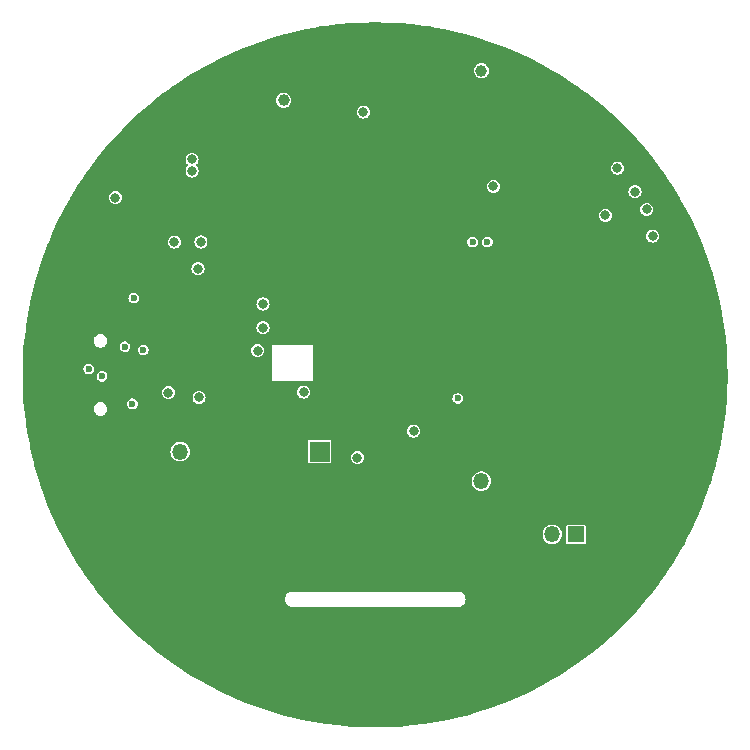
<source format=gbr>
%TF.GenerationSoftware,KiCad,Pcbnew,(6.0.7)*%
%TF.CreationDate,2023-03-05T02:05:44+08:00*%
%TF.ProjectId,CameraPosition,43616d65-7261-4506-9f73-6974696f6e2e,rev?*%
%TF.SameCoordinates,Original*%
%TF.FileFunction,Copper,L3,Inr*%
%TF.FilePolarity,Positive*%
%FSLAX46Y46*%
G04 Gerber Fmt 4.6, Leading zero omitted, Abs format (unit mm)*
G04 Created by KiCad (PCBNEW (6.0.7)) date 2023-03-05 02:05:44*
%MOMM*%
%LPD*%
G01*
G04 APERTURE LIST*
%TA.AperFunction,ComponentPad*%
%ADD10R,1.700000X1.700000*%
%TD*%
%TA.AperFunction,ComponentPad*%
%ADD11O,1.700000X1.700000*%
%TD*%
%TA.AperFunction,ComponentPad*%
%ADD12R,1.350000X1.350000*%
%TD*%
%TA.AperFunction,ComponentPad*%
%ADD13O,1.350000X1.350000*%
%TD*%
%TA.AperFunction,ComponentPad*%
%ADD14O,1.600000X1.000000*%
%TD*%
%TA.AperFunction,ComponentPad*%
%ADD15O,2.100000X1.000000*%
%TD*%
%TA.AperFunction,ViaPad*%
%ADD16C,0.600000*%
%TD*%
%TA.AperFunction,ViaPad*%
%ADD17C,0.800000*%
%TD*%
%TA.AperFunction,ViaPad*%
%ADD18C,1.000000*%
%TD*%
G04 APERTURE END LIST*
D10*
%TO.N,/BAT*%
%TO.C,BT1*%
X44300000Y-55500000D03*
D11*
%TO.N,GND*%
X41760000Y-55500000D03*
%TD*%
D12*
%TO.N,Net-(Q3-Pad3)*%
%TO.C,TP3*%
X66000000Y-62500000D03*
D13*
%TO.N,+3V3*%
X64000000Y-62500000D03*
%TD*%
D12*
%TO.N,GND*%
%TO.C,TP2*%
X58000000Y-60000000D03*
D13*
%TO.N,Net-(TP2-Pad2)*%
X58000000Y-58000000D03*
%TD*%
D12*
%TO.N,GND*%
%TO.C,TP1*%
X30500000Y-55500000D03*
D13*
%TO.N,/D13*%
X32500000Y-55500000D03*
%TD*%
D14*
%TO.N,GND*%
%TO.C,J1*%
X22090000Y-53320000D03*
D15*
X26270000Y-44680000D03*
D14*
X22090000Y-44680000D03*
D15*
X26270000Y-53320000D03*
%TD*%
D16*
%TO.N,GND*%
X49500000Y-56000000D03*
X51000000Y-56000000D03*
%TO.N,/LED_IN*%
X56000000Y-51000000D03*
%TO.N,GND*%
X67500000Y-46250000D03*
X66000000Y-46250000D03*
X64750000Y-46250000D03*
X64750000Y-45000000D03*
X66000000Y-45000000D03*
X67500000Y-45000000D03*
X67500000Y-43500000D03*
X66000000Y-43500000D03*
X64750000Y-43500000D03*
%TO.N,/D+*%
X28570000Y-42500000D03*
D17*
%TO.N,GND*%
X56500000Y-32000000D03*
X22750000Y-38000000D03*
X55500000Y-76750000D03*
X27500000Y-30250000D03*
X21250000Y-55500000D03*
X38000000Y-75250000D03*
X20500000Y-46500000D03*
X46500000Y-77500000D03*
X77250000Y-51500000D03*
X30250000Y-70500000D03*
X27750000Y-52299502D03*
X63750000Y-73500000D03*
X27500000Y-45500000D03*
X67750000Y-27500000D03*
X37250000Y-66250000D03*
X76750000Y-42500000D03*
X73000000Y-34000000D03*
X70500000Y-67750000D03*
X34250000Y-24500000D03*
X69500000Y-53500000D03*
X60000000Y-22750000D03*
X51000000Y-20750000D03*
X42500000Y-21250000D03*
X24500000Y-63750000D03*
X75250000Y-60250000D03*
D16*
X64750000Y-35750000D03*
%TO.N,VCC*%
X29366250Y-46883750D03*
X28450000Y-51450000D03*
X27816606Y-46608236D03*
D17*
%TO.N,+5V*%
X34250000Y-37750000D03*
X39500000Y-45000000D03*
X39045000Y-46955000D03*
X39500000Y-43000000D03*
X34000000Y-40000000D03*
%TO.N,+3V3*%
X69500000Y-31500000D03*
X59000000Y-33050000D03*
X72000000Y-35000000D03*
X72500000Y-37250000D03*
X47500000Y-56000000D03*
X52250000Y-53750000D03*
X48000000Y-26750000D03*
X71000000Y-33500000D03*
X33500000Y-30750000D03*
X32000000Y-37750000D03*
X33500000Y-31750000D03*
X27000000Y-34000000D03*
%TO.N,Net-(D1-Pad2)*%
X31500000Y-50500000D03*
D16*
%TO.N,Net-(J1-PadA5)*%
X24750000Y-48500000D03*
%TO.N,/D+*%
X57250000Y-37750000D03*
%TO.N,/D-*%
X25875000Y-49125000D03*
X58500000Y-37750000D03*
D17*
%TO.N,/BAT*%
X34095000Y-50905000D03*
X42956250Y-50456250D03*
D18*
%TO.N,Net-(C7-Pad2)*%
X58000000Y-23250000D03*
X41250000Y-25750000D03*
D17*
%TO.N,Net-(C18-Pad2)*%
X68500000Y-35500000D03*
%TD*%
%TA.AperFunction,Conductor*%
%TO.N,GND*%
G36*
X50040020Y-19168654D02*
G01*
X50043468Y-19168775D01*
X50104455Y-19171971D01*
X51080469Y-19223122D01*
X51083916Y-19223363D01*
X52118393Y-19313868D01*
X52121830Y-19314229D01*
X53152534Y-19440783D01*
X53155956Y-19441264D01*
X53549235Y-19503553D01*
X54181630Y-19603715D01*
X54184980Y-19604305D01*
X54884767Y-19740330D01*
X55204352Y-19802451D01*
X55207731Y-19803169D01*
X56219576Y-20036772D01*
X56222906Y-20037602D01*
X56667949Y-20156851D01*
X57225979Y-20306375D01*
X57229301Y-20307328D01*
X57272372Y-20320496D01*
X58222379Y-20610942D01*
X58225625Y-20611998D01*
X59207501Y-20950084D01*
X59210748Y-20951266D01*
X60180194Y-21323402D01*
X60183398Y-21324696D01*
X61139304Y-21730454D01*
X61142461Y-21731860D01*
X62083573Y-22170707D01*
X62086679Y-22172221D01*
X63011968Y-22643680D01*
X63015020Y-22645303D01*
X63822602Y-23092953D01*
X63923217Y-23148725D01*
X63926199Y-23150446D01*
X64577663Y-23541884D01*
X64816367Y-23685312D01*
X64819297Y-23687144D01*
X65690170Y-24252696D01*
X65693035Y-24254628D01*
X66081487Y-24526625D01*
X66543696Y-24850267D01*
X66546446Y-24852264D01*
X66929660Y-25141037D01*
X67375817Y-25477241D01*
X67378540Y-25479369D01*
X68185544Y-26132867D01*
X68188191Y-26135088D01*
X68971906Y-26816362D01*
X68974474Y-26818674D01*
X69733931Y-27526879D01*
X69736417Y-27529279D01*
X70470721Y-28263583D01*
X70473121Y-28266069D01*
X71181326Y-29025526D01*
X71183638Y-29028094D01*
X71864912Y-29811809D01*
X71867133Y-29814456D01*
X72520631Y-30621460D01*
X72522759Y-30624183D01*
X73147736Y-31453554D01*
X73149733Y-31456304D01*
X73359886Y-31756433D01*
X73745372Y-32306965D01*
X73747304Y-32309830D01*
X74312856Y-33180703D01*
X74314688Y-33183633D01*
X74397603Y-33321627D01*
X74827549Y-34037177D01*
X74849548Y-34073790D01*
X74851269Y-34076772D01*
X75106006Y-34536330D01*
X75354697Y-34984981D01*
X75356320Y-34988032D01*
X75827779Y-35913321D01*
X75829293Y-35916427D01*
X76268140Y-36857539D01*
X76269546Y-36860696D01*
X76675304Y-37816602D01*
X76676598Y-37819806D01*
X77048734Y-38789252D01*
X77049914Y-38792494D01*
X77370098Y-39722375D01*
X77387996Y-39774355D01*
X77389058Y-39777621D01*
X77567981Y-40362851D01*
X77692672Y-40770699D01*
X77693625Y-40774021D01*
X77962395Y-41777083D01*
X77963228Y-41780424D01*
X78130239Y-42503825D01*
X78196831Y-42792268D01*
X78197549Y-42795648D01*
X78385694Y-43763567D01*
X78395690Y-43814994D01*
X78396290Y-43818397D01*
X78558736Y-44844044D01*
X78559217Y-44847466D01*
X78685771Y-45878170D01*
X78686132Y-45881607D01*
X78776637Y-46916084D01*
X78776878Y-46919531D01*
X78828029Y-47895545D01*
X78830757Y-47947591D01*
X78831225Y-47956530D01*
X78831346Y-47959980D01*
X78848064Y-48917700D01*
X78849470Y-48998272D01*
X78849470Y-49001719D01*
X78839467Y-49574788D01*
X78831346Y-50040017D01*
X78831225Y-50043468D01*
X78829899Y-50068778D01*
X78776878Y-51080469D01*
X78776637Y-51083916D01*
X78686132Y-52118393D01*
X78685771Y-52121830D01*
X78559217Y-53152534D01*
X78558736Y-53155956D01*
X78549729Y-53212823D01*
X78403280Y-54137472D01*
X78396290Y-54181603D01*
X78395695Y-54184980D01*
X78259983Y-54883155D01*
X78197549Y-55204352D01*
X78196831Y-55207731D01*
X77963398Y-56218842D01*
X77963231Y-56219564D01*
X77962398Y-56222906D01*
X77843149Y-56667949D01*
X77693625Y-57225979D01*
X77692672Y-57229301D01*
X77645634Y-57383155D01*
X77402778Y-58177504D01*
X77389064Y-58222359D01*
X77388002Y-58225625D01*
X77217449Y-58720950D01*
X77049916Y-59207501D01*
X77048734Y-59210748D01*
X76676598Y-60180194D01*
X76675304Y-60183398D01*
X76269546Y-61139304D01*
X76268140Y-61142461D01*
X75829293Y-62083573D01*
X75827779Y-62086679D01*
X75356320Y-63011968D01*
X75354697Y-63015019D01*
X75201996Y-63290500D01*
X74851275Y-63923217D01*
X74849548Y-63926210D01*
X74314688Y-64816367D01*
X74312856Y-64819297D01*
X73747304Y-65690170D01*
X73745372Y-65693035D01*
X73626576Y-65862694D01*
X73149733Y-66543696D01*
X73147736Y-66546446D01*
X73013255Y-66724908D01*
X72522759Y-67375817D01*
X72520631Y-67378540D01*
X71867133Y-68185544D01*
X71864912Y-68188191D01*
X71183638Y-68971906D01*
X71181326Y-68974474D01*
X70473121Y-69733931D01*
X70470721Y-69736417D01*
X69736417Y-70470721D01*
X69733931Y-70473121D01*
X68974474Y-71181326D01*
X68971906Y-71183638D01*
X68188191Y-71864912D01*
X68185544Y-71867133D01*
X67378540Y-72520631D01*
X67375817Y-72522759D01*
X66546446Y-73147736D01*
X66543696Y-73149733D01*
X66191644Y-73396243D01*
X65693035Y-73745372D01*
X65690170Y-73747304D01*
X64819297Y-74312856D01*
X64816367Y-74314688D01*
X64386061Y-74573242D01*
X63926210Y-74849548D01*
X63923217Y-74851275D01*
X63015019Y-75354697D01*
X63011968Y-75356320D01*
X62086679Y-75827779D01*
X62083573Y-75829293D01*
X61142461Y-76268140D01*
X61139304Y-76269546D01*
X60183398Y-76675304D01*
X60180194Y-76676598D01*
X59210748Y-77048734D01*
X59207506Y-77049914D01*
X58225625Y-77388002D01*
X58222379Y-77389058D01*
X57637149Y-77567981D01*
X57229301Y-77692672D01*
X57225979Y-77693625D01*
X56667949Y-77843149D01*
X56222906Y-77962398D01*
X56219576Y-77963228D01*
X55207732Y-78196831D01*
X55204352Y-78197549D01*
X54184980Y-78395695D01*
X54181630Y-78396285D01*
X53567181Y-78493605D01*
X53155956Y-78558736D01*
X53152534Y-78559217D01*
X52121830Y-78685771D01*
X52118393Y-78686132D01*
X51083916Y-78776637D01*
X51080469Y-78776878D01*
X50104455Y-78828029D01*
X50043468Y-78831225D01*
X50040020Y-78831346D01*
X49001719Y-78849470D01*
X48998281Y-78849470D01*
X47959980Y-78831346D01*
X47956532Y-78831225D01*
X47895545Y-78828029D01*
X46919531Y-78776878D01*
X46916084Y-78776637D01*
X45881607Y-78686132D01*
X45878170Y-78685771D01*
X44847466Y-78559217D01*
X44844044Y-78558736D01*
X44432819Y-78493605D01*
X43818370Y-78396285D01*
X43815020Y-78395695D01*
X42795648Y-78197549D01*
X42792268Y-78196831D01*
X41780424Y-77963228D01*
X41777094Y-77962398D01*
X41332051Y-77843149D01*
X40774021Y-77693625D01*
X40770699Y-77692672D01*
X40362851Y-77567981D01*
X39777621Y-77389058D01*
X39774375Y-77388002D01*
X38792494Y-77049914D01*
X38789252Y-77048734D01*
X37819806Y-76676598D01*
X37816602Y-76675304D01*
X36860696Y-76269546D01*
X36857539Y-76268140D01*
X35916427Y-75829293D01*
X35913321Y-75827779D01*
X34988032Y-75356320D01*
X34984981Y-75354697D01*
X34076783Y-74851275D01*
X34073790Y-74849548D01*
X33613940Y-74573242D01*
X33183633Y-74314688D01*
X33180703Y-74312856D01*
X32309830Y-73747304D01*
X32306965Y-73745372D01*
X31808356Y-73396243D01*
X31456304Y-73149733D01*
X31453554Y-73147736D01*
X30624183Y-72522759D01*
X30621460Y-72520631D01*
X29814456Y-71867133D01*
X29811809Y-71864912D01*
X29028094Y-71183638D01*
X29025526Y-71181326D01*
X28266069Y-70473121D01*
X28263583Y-70470721D01*
X27529279Y-69736417D01*
X27526879Y-69733931D01*
X26818674Y-68974474D01*
X26816362Y-68971906D01*
X26135088Y-68188191D01*
X26132867Y-68185544D01*
X25982617Y-68000000D01*
X41345384Y-68000000D01*
X41361797Y-68145666D01*
X41410211Y-68284027D01*
X41488201Y-68408146D01*
X41591854Y-68511799D01*
X41715973Y-68589789D01*
X41854334Y-68638203D01*
X41992317Y-68653750D01*
X42000000Y-68655809D01*
X42012589Y-68652436D01*
X42018145Y-68652436D01*
X42032847Y-68650500D01*
X55967153Y-68650500D01*
X55981855Y-68652436D01*
X55987411Y-68652436D01*
X56000000Y-68655809D01*
X56007683Y-68653750D01*
X56018858Y-68652491D01*
X56018859Y-68652491D01*
X56072902Y-68646402D01*
X56145666Y-68638203D01*
X56284027Y-68589789D01*
X56408146Y-68511799D01*
X56511799Y-68408146D01*
X56589789Y-68284027D01*
X56638203Y-68145666D01*
X56654616Y-68000000D01*
X56638203Y-67854334D01*
X56589789Y-67715973D01*
X56511799Y-67591854D01*
X56408146Y-67488201D01*
X56284027Y-67410211D01*
X56145666Y-67361797D01*
X56007683Y-67346250D01*
X56000000Y-67344191D01*
X55987411Y-67347564D01*
X55981855Y-67347564D01*
X55967153Y-67349500D01*
X42032847Y-67349500D01*
X42018145Y-67347564D01*
X42012589Y-67347564D01*
X42000000Y-67344191D01*
X41992317Y-67346250D01*
X41981142Y-67347509D01*
X41981141Y-67347509D01*
X41927098Y-67353598D01*
X41854334Y-67361797D01*
X41715973Y-67410211D01*
X41591854Y-67488201D01*
X41488201Y-67591854D01*
X41410211Y-67715973D01*
X41361797Y-67854334D01*
X41345384Y-68000000D01*
X25982617Y-68000000D01*
X25479369Y-67378540D01*
X25477241Y-67375817D01*
X24986745Y-66724908D01*
X24852264Y-66546446D01*
X24850267Y-66543696D01*
X24373424Y-65862694D01*
X24254628Y-65693035D01*
X24252696Y-65690170D01*
X23687144Y-64819297D01*
X23685312Y-64816367D01*
X23150452Y-63926210D01*
X23148725Y-63923217D01*
X22798005Y-63290500D01*
X22645303Y-63015019D01*
X22643680Y-63011968D01*
X22382819Y-62500000D01*
X63169953Y-62500000D01*
X63188092Y-62672576D01*
X63241714Y-62837611D01*
X63328478Y-62987889D01*
X63331946Y-62991741D01*
X63331950Y-62991746D01*
X63441120Y-63112992D01*
X63441124Y-63112996D01*
X63444590Y-63116845D01*
X63584976Y-63218842D01*
X63589708Y-63220949D01*
X63589710Y-63220950D01*
X63738763Y-63287313D01*
X63738767Y-63287314D01*
X63743501Y-63289422D01*
X63748571Y-63290500D01*
X63748572Y-63290500D01*
X63782539Y-63297720D01*
X63913236Y-63325500D01*
X64086764Y-63325500D01*
X64217461Y-63297720D01*
X64251428Y-63290500D01*
X64251429Y-63290500D01*
X64256499Y-63289422D01*
X64261233Y-63287314D01*
X64261237Y-63287313D01*
X64410290Y-63220950D01*
X64410292Y-63220949D01*
X64415024Y-63218842D01*
X64454969Y-63189820D01*
X65174500Y-63189820D01*
X65183233Y-63233722D01*
X65216496Y-63283504D01*
X65266278Y-63316767D01*
X65275838Y-63318669D01*
X65275839Y-63318669D01*
X65305417Y-63324553D01*
X65305422Y-63324553D01*
X65310180Y-63325500D01*
X66689820Y-63325500D01*
X66694578Y-63324553D01*
X66694583Y-63324553D01*
X66724161Y-63318669D01*
X66724162Y-63318669D01*
X66733722Y-63316767D01*
X66783504Y-63283504D01*
X66816767Y-63233722D01*
X66825500Y-63189820D01*
X66825500Y-61810180D01*
X66816767Y-61766278D01*
X66783504Y-61716496D01*
X66733722Y-61683233D01*
X66724162Y-61681331D01*
X66724161Y-61681331D01*
X66694583Y-61675447D01*
X66694578Y-61675447D01*
X66689820Y-61674500D01*
X65310180Y-61674500D01*
X65305422Y-61675447D01*
X65305417Y-61675447D01*
X65275839Y-61681331D01*
X65275838Y-61681331D01*
X65266278Y-61683233D01*
X65216496Y-61716496D01*
X65183233Y-61766278D01*
X65174500Y-61810180D01*
X65174500Y-63189820D01*
X64454969Y-63189820D01*
X64555410Y-63116845D01*
X64558876Y-63112996D01*
X64558880Y-63112992D01*
X64668050Y-62991746D01*
X64668054Y-62991741D01*
X64671522Y-62987889D01*
X64758286Y-62837611D01*
X64811908Y-62672576D01*
X64830047Y-62500000D01*
X64811908Y-62327424D01*
X64758286Y-62162389D01*
X64671522Y-62012111D01*
X64668054Y-62008259D01*
X64668050Y-62008254D01*
X64558880Y-61887008D01*
X64558876Y-61887004D01*
X64555410Y-61883155D01*
X64415024Y-61781158D01*
X64410292Y-61779051D01*
X64410290Y-61779050D01*
X64261237Y-61712687D01*
X64261233Y-61712686D01*
X64256499Y-61710578D01*
X64251429Y-61709500D01*
X64251428Y-61709500D01*
X64217461Y-61702280D01*
X64086764Y-61674500D01*
X63913236Y-61674500D01*
X63782539Y-61702280D01*
X63748572Y-61709500D01*
X63748571Y-61709500D01*
X63743501Y-61710578D01*
X63738767Y-61712686D01*
X63738763Y-61712687D01*
X63589711Y-61779050D01*
X63589709Y-61779051D01*
X63584977Y-61781158D01*
X63444590Y-61883155D01*
X63441124Y-61887004D01*
X63441120Y-61887008D01*
X63331950Y-62008254D01*
X63331946Y-62008259D01*
X63328478Y-62012111D01*
X63241714Y-62162389D01*
X63188092Y-62327424D01*
X63169953Y-62500000D01*
X22382819Y-62500000D01*
X22172221Y-62086679D01*
X22170707Y-62083573D01*
X21731860Y-61142461D01*
X21730454Y-61139304D01*
X21324696Y-60183398D01*
X21323402Y-60180194D01*
X20951266Y-59210748D01*
X20950084Y-59207501D01*
X20782551Y-58720950D01*
X20611998Y-58225625D01*
X20610936Y-58222359D01*
X20597223Y-58177504D01*
X20542955Y-58000000D01*
X57169953Y-58000000D01*
X57188092Y-58172576D01*
X57241714Y-58337611D01*
X57328478Y-58487889D01*
X57331946Y-58491741D01*
X57331950Y-58491746D01*
X57441120Y-58612992D01*
X57441124Y-58612996D01*
X57444590Y-58616845D01*
X57584976Y-58718842D01*
X57589708Y-58720949D01*
X57589710Y-58720950D01*
X57738763Y-58787313D01*
X57738767Y-58787314D01*
X57743501Y-58789422D01*
X57748571Y-58790500D01*
X57748572Y-58790500D01*
X57782539Y-58797720D01*
X57913236Y-58825500D01*
X58086764Y-58825500D01*
X58217461Y-58797720D01*
X58251428Y-58790500D01*
X58251429Y-58790500D01*
X58256499Y-58789422D01*
X58261233Y-58787314D01*
X58261237Y-58787313D01*
X58410290Y-58720950D01*
X58410292Y-58720949D01*
X58415024Y-58718842D01*
X58555410Y-58616845D01*
X58558876Y-58612996D01*
X58558880Y-58612992D01*
X58668050Y-58491746D01*
X58668054Y-58491741D01*
X58671522Y-58487889D01*
X58758286Y-58337611D01*
X58811908Y-58172576D01*
X58830047Y-58000000D01*
X58811908Y-57827424D01*
X58758286Y-57662389D01*
X58671522Y-57512111D01*
X58668054Y-57508259D01*
X58668050Y-57508254D01*
X58558880Y-57387008D01*
X58558876Y-57387004D01*
X58555410Y-57383155D01*
X58415024Y-57281158D01*
X58410292Y-57279051D01*
X58410290Y-57279050D01*
X58261237Y-57212687D01*
X58261233Y-57212686D01*
X58256499Y-57210578D01*
X58251429Y-57209500D01*
X58251428Y-57209500D01*
X58217461Y-57202280D01*
X58086764Y-57174500D01*
X57913236Y-57174500D01*
X57782539Y-57202280D01*
X57748572Y-57209500D01*
X57748571Y-57209500D01*
X57743501Y-57210578D01*
X57738767Y-57212686D01*
X57738763Y-57212687D01*
X57589711Y-57279050D01*
X57589709Y-57279051D01*
X57584977Y-57281158D01*
X57444590Y-57383155D01*
X57441124Y-57387004D01*
X57441120Y-57387008D01*
X57331950Y-57508254D01*
X57331946Y-57508259D01*
X57328478Y-57512111D01*
X57241714Y-57662389D01*
X57188092Y-57827424D01*
X57169953Y-58000000D01*
X20542955Y-58000000D01*
X20354366Y-57383155D01*
X20307328Y-57229301D01*
X20306375Y-57225979D01*
X20156851Y-56667949D01*
X20075628Y-56364820D01*
X43299500Y-56364820D01*
X43308233Y-56408722D01*
X43341496Y-56458504D01*
X43349606Y-56463923D01*
X43369043Y-56476910D01*
X43391278Y-56491767D01*
X43400838Y-56493669D01*
X43400839Y-56493669D01*
X43430417Y-56499553D01*
X43430422Y-56499553D01*
X43435180Y-56500500D01*
X45164820Y-56500500D01*
X45169578Y-56499553D01*
X45169583Y-56499553D01*
X45199161Y-56493669D01*
X45199162Y-56493669D01*
X45208722Y-56491767D01*
X45230958Y-56476910D01*
X45250394Y-56463923D01*
X45258504Y-56458504D01*
X45291767Y-56408722D01*
X45300500Y-56364820D01*
X45300500Y-56000000D01*
X46944750Y-56000000D01*
X46963670Y-56143709D01*
X47019139Y-56277625D01*
X47107379Y-56392621D01*
X47222375Y-56480861D01*
X47356291Y-56536330D01*
X47362720Y-56537176D01*
X47362722Y-56537177D01*
X47493567Y-56554403D01*
X47500000Y-56555250D01*
X47506433Y-56554403D01*
X47637278Y-56537177D01*
X47637280Y-56537176D01*
X47643709Y-56536330D01*
X47777625Y-56480861D01*
X47892621Y-56392621D01*
X47980861Y-56277625D01*
X48036330Y-56143709D01*
X48055250Y-56000000D01*
X48036330Y-55856291D01*
X47980861Y-55722375D01*
X47892621Y-55607379D01*
X47777625Y-55519139D01*
X47643709Y-55463670D01*
X47637280Y-55462824D01*
X47637278Y-55462823D01*
X47506433Y-55445597D01*
X47500000Y-55444750D01*
X47493567Y-55445597D01*
X47362722Y-55462823D01*
X47362720Y-55462824D01*
X47356291Y-55463670D01*
X47222375Y-55519139D01*
X47107379Y-55607379D01*
X47019139Y-55722375D01*
X46963670Y-55856291D01*
X46944750Y-56000000D01*
X45300500Y-56000000D01*
X45300500Y-54635180D01*
X45291767Y-54591278D01*
X45258504Y-54541496D01*
X45208722Y-54508233D01*
X45199162Y-54506331D01*
X45199161Y-54506331D01*
X45169583Y-54500447D01*
X45169578Y-54500447D01*
X45164820Y-54499500D01*
X43435180Y-54499500D01*
X43430422Y-54500447D01*
X43430417Y-54500447D01*
X43400839Y-54506331D01*
X43400838Y-54506331D01*
X43391278Y-54508233D01*
X43341496Y-54541496D01*
X43308233Y-54591278D01*
X43299500Y-54635180D01*
X43299500Y-56364820D01*
X20075628Y-56364820D01*
X20037602Y-56222906D01*
X20036769Y-56219564D01*
X20036603Y-56218842D01*
X19870645Y-55500000D01*
X31669953Y-55500000D01*
X31670495Y-55505157D01*
X31681781Y-55612528D01*
X31688092Y-55672576D01*
X31741714Y-55837611D01*
X31828478Y-55987889D01*
X31831946Y-55991741D01*
X31831950Y-55991746D01*
X31941120Y-56112992D01*
X31941124Y-56112996D01*
X31944590Y-56116845D01*
X32084976Y-56218842D01*
X32089708Y-56220949D01*
X32089710Y-56220950D01*
X32238763Y-56287313D01*
X32238767Y-56287314D01*
X32243501Y-56289422D01*
X32248571Y-56290500D01*
X32248572Y-56290500D01*
X32270943Y-56295255D01*
X32413236Y-56325500D01*
X32586764Y-56325500D01*
X32729057Y-56295255D01*
X32751428Y-56290500D01*
X32751429Y-56290500D01*
X32756499Y-56289422D01*
X32761233Y-56287314D01*
X32761237Y-56287313D01*
X32910290Y-56220950D01*
X32910292Y-56220949D01*
X32915024Y-56218842D01*
X33055410Y-56116845D01*
X33058876Y-56112996D01*
X33058880Y-56112992D01*
X33168050Y-55991746D01*
X33168054Y-55991741D01*
X33171522Y-55987889D01*
X33258286Y-55837611D01*
X33311908Y-55672576D01*
X33318220Y-55612528D01*
X33329505Y-55505157D01*
X33330047Y-55500000D01*
X33329505Y-55494843D01*
X33312450Y-55332576D01*
X33312449Y-55332571D01*
X33311908Y-55327424D01*
X33258286Y-55162389D01*
X33171522Y-55012111D01*
X33168054Y-55008259D01*
X33168050Y-55008254D01*
X33058880Y-54887008D01*
X33058876Y-54887004D01*
X33055410Y-54883155D01*
X32915024Y-54781158D01*
X32910292Y-54779051D01*
X32910290Y-54779050D01*
X32761237Y-54712687D01*
X32761233Y-54712686D01*
X32756499Y-54710578D01*
X32751429Y-54709500D01*
X32751428Y-54709500D01*
X32717461Y-54702280D01*
X32586764Y-54674500D01*
X32413236Y-54674500D01*
X32282539Y-54702280D01*
X32248572Y-54709500D01*
X32248571Y-54709500D01*
X32243501Y-54710578D01*
X32238767Y-54712686D01*
X32238763Y-54712687D01*
X32089711Y-54779050D01*
X32089709Y-54779051D01*
X32084977Y-54781158D01*
X31944590Y-54883155D01*
X31941124Y-54887004D01*
X31941120Y-54887008D01*
X31831950Y-55008254D01*
X31831946Y-55008259D01*
X31828478Y-55012111D01*
X31741714Y-55162389D01*
X31688092Y-55327424D01*
X31687551Y-55332571D01*
X31687550Y-55332576D01*
X31670495Y-55494843D01*
X31669953Y-55500000D01*
X19870645Y-55500000D01*
X19803169Y-55207731D01*
X19802451Y-55204352D01*
X19740017Y-54883155D01*
X19604305Y-54184980D01*
X19603710Y-54181603D01*
X19596721Y-54137472D01*
X19535351Y-53750000D01*
X51694750Y-53750000D01*
X51713670Y-53893709D01*
X51769139Y-54027625D01*
X51857379Y-54142621D01*
X51972375Y-54230861D01*
X52106291Y-54286330D01*
X52112720Y-54287176D01*
X52112722Y-54287177D01*
X52243567Y-54304403D01*
X52250000Y-54305250D01*
X52256433Y-54304403D01*
X52387278Y-54287177D01*
X52387280Y-54287176D01*
X52393709Y-54286330D01*
X52527625Y-54230861D01*
X52642621Y-54142621D01*
X52730861Y-54027625D01*
X52786330Y-53893709D01*
X52805250Y-53750000D01*
X52786330Y-53606291D01*
X52730861Y-53472375D01*
X52642621Y-53357379D01*
X52527625Y-53269139D01*
X52393709Y-53213670D01*
X52387280Y-53212824D01*
X52387278Y-53212823D01*
X52277779Y-53198407D01*
X52250000Y-53194750D01*
X52222221Y-53198407D01*
X52112722Y-53212823D01*
X52112720Y-53212824D01*
X52106291Y-53213670D01*
X51972375Y-53269139D01*
X51857379Y-53357379D01*
X51769139Y-53472375D01*
X51713670Y-53606291D01*
X51694750Y-53750000D01*
X19535351Y-53750000D01*
X19450271Y-53212823D01*
X19441264Y-53155956D01*
X19440783Y-53152534D01*
X19314229Y-52121830D01*
X19313868Y-52118393D01*
X19293886Y-51890000D01*
X25159534Y-51890000D01*
X25179313Y-52040236D01*
X25181797Y-52046233D01*
X25234819Y-52174240D01*
X25234821Y-52174244D01*
X25237302Y-52180233D01*
X25241248Y-52185375D01*
X25241250Y-52185379D01*
X25325598Y-52295302D01*
X25329549Y-52300451D01*
X25334698Y-52304402D01*
X25444621Y-52388750D01*
X25444625Y-52388752D01*
X25449767Y-52392698D01*
X25455756Y-52395179D01*
X25455760Y-52395181D01*
X25583767Y-52448203D01*
X25589764Y-52450687D01*
X25702280Y-52465500D01*
X25777720Y-52465500D01*
X25890236Y-52450687D01*
X25896233Y-52448203D01*
X26024240Y-52395181D01*
X26024244Y-52395179D01*
X26030233Y-52392698D01*
X26035375Y-52388752D01*
X26035379Y-52388750D01*
X26145302Y-52304402D01*
X26150451Y-52300451D01*
X26154402Y-52295302D01*
X26238750Y-52185379D01*
X26238752Y-52185375D01*
X26242698Y-52180233D01*
X26245179Y-52174244D01*
X26245181Y-52174240D01*
X26298203Y-52046233D01*
X26300687Y-52040236D01*
X26320466Y-51890000D01*
X26300687Y-51739764D01*
X26277611Y-51684054D01*
X26245181Y-51605760D01*
X26245179Y-51605756D01*
X26242698Y-51599767D01*
X26238752Y-51594625D01*
X26238750Y-51594621D01*
X26154402Y-51484698D01*
X26150451Y-51479549D01*
X26145302Y-51475598D01*
X26104697Y-51444440D01*
X27994901Y-51444440D01*
X27995816Y-51451437D01*
X27995816Y-51451438D01*
X27996858Y-51459403D01*
X28011633Y-51572394D01*
X28014471Y-51578845D01*
X28014472Y-51578847D01*
X28021413Y-51594621D01*
X28063605Y-51690510D01*
X28099966Y-51733767D01*
X28142100Y-51783892D01*
X28142103Y-51783894D01*
X28146639Y-51789291D01*
X28254060Y-51860796D01*
X28260788Y-51862898D01*
X28260790Y-51862899D01*
X28315646Y-51880037D01*
X28377233Y-51899278D01*
X28441744Y-51900460D01*
X28499202Y-51901514D01*
X28499204Y-51901514D01*
X28506255Y-51901643D01*
X28513058Y-51899788D01*
X28513060Y-51899788D01*
X28554828Y-51888400D01*
X28630755Y-51867700D01*
X28740724Y-51800179D01*
X28755466Y-51783892D01*
X28822590Y-51709735D01*
X28822590Y-51709734D01*
X28827322Y-51704507D01*
X28883588Y-51588375D01*
X28894596Y-51522941D01*
X28904363Y-51464891D01*
X28904363Y-51464886D01*
X28904997Y-51461120D01*
X28905133Y-51450000D01*
X28886839Y-51322259D01*
X28849670Y-51240510D01*
X28836349Y-51211212D01*
X28836348Y-51211211D01*
X28833428Y-51204788D01*
X28770209Y-51131418D01*
X28753798Y-51112372D01*
X28753797Y-51112371D01*
X28749193Y-51107028D01*
X28743276Y-51103193D01*
X28743274Y-51103191D01*
X28646824Y-51040677D01*
X28640906Y-51036841D01*
X28634150Y-51034821D01*
X28634149Y-51034820D01*
X28567512Y-51014891D01*
X28517273Y-50999866D01*
X28440644Y-50999398D01*
X28395282Y-50999121D01*
X28388231Y-50999078D01*
X28381454Y-51001015D01*
X28381453Y-51001015D01*
X28270935Y-51032601D01*
X28270933Y-51032602D01*
X28264155Y-51034539D01*
X28155019Y-51103399D01*
X28069596Y-51200122D01*
X28014754Y-51316932D01*
X27994901Y-51444440D01*
X26104697Y-51444440D01*
X26035379Y-51391250D01*
X26035375Y-51391248D01*
X26030233Y-51387302D01*
X26024244Y-51384821D01*
X26024240Y-51384819D01*
X25896233Y-51331797D01*
X25890236Y-51329313D01*
X25777720Y-51314500D01*
X25702280Y-51314500D01*
X25589764Y-51329313D01*
X25583767Y-51331797D01*
X25455760Y-51384819D01*
X25455756Y-51384821D01*
X25449767Y-51387302D01*
X25444625Y-51391248D01*
X25444621Y-51391250D01*
X25334698Y-51475598D01*
X25329549Y-51479549D01*
X25325598Y-51484698D01*
X25241250Y-51594621D01*
X25241248Y-51594625D01*
X25237302Y-51599767D01*
X25234821Y-51605756D01*
X25234819Y-51605760D01*
X25202389Y-51684054D01*
X25179313Y-51739764D01*
X25159534Y-51890000D01*
X19293886Y-51890000D01*
X19223363Y-51083916D01*
X19223122Y-51080469D01*
X19192701Y-50500000D01*
X30944750Y-50500000D01*
X30945597Y-50506433D01*
X30961520Y-50627375D01*
X30963670Y-50643709D01*
X31019139Y-50777625D01*
X31107379Y-50892621D01*
X31222375Y-50980861D01*
X31356291Y-51036330D01*
X31362720Y-51037176D01*
X31362722Y-51037177D01*
X31493567Y-51054403D01*
X31500000Y-51055250D01*
X31506433Y-51054403D01*
X31637278Y-51037177D01*
X31637280Y-51037176D01*
X31643709Y-51036330D01*
X31777625Y-50980861D01*
X31876488Y-50905000D01*
X33539750Y-50905000D01*
X33540597Y-50911433D01*
X33557613Y-51040677D01*
X33558670Y-51048709D01*
X33614139Y-51182625D01*
X33702379Y-51297621D01*
X33817375Y-51385861D01*
X33951291Y-51441330D01*
X33957720Y-51442176D01*
X33957722Y-51442177D01*
X34088567Y-51459403D01*
X34095000Y-51460250D01*
X34101433Y-51459403D01*
X34232278Y-51442177D01*
X34232280Y-51442176D01*
X34238709Y-51441330D01*
X34372625Y-51385861D01*
X34487621Y-51297621D01*
X34575861Y-51182625D01*
X34631330Y-51048709D01*
X34632388Y-51040677D01*
X34649403Y-50911433D01*
X34650250Y-50905000D01*
X34646156Y-50873902D01*
X34632177Y-50767722D01*
X34632176Y-50767720D01*
X34631330Y-50761291D01*
X34575861Y-50627375D01*
X34487621Y-50512379D01*
X34414473Y-50456250D01*
X42401000Y-50456250D01*
X42401847Y-50462683D01*
X42417635Y-50582601D01*
X42419920Y-50599959D01*
X42475389Y-50733875D01*
X42563629Y-50848871D01*
X42678625Y-50937111D01*
X42812541Y-50992580D01*
X42818970Y-50993426D01*
X42818972Y-50993427D01*
X42949817Y-51010653D01*
X42956250Y-51011500D01*
X42962683Y-51010653D01*
X43085833Y-50994440D01*
X55544901Y-50994440D01*
X55545816Y-51001437D01*
X55545816Y-51001438D01*
X55547021Y-51010653D01*
X55561633Y-51122394D01*
X55564471Y-51128845D01*
X55564472Y-51128847D01*
X55610764Y-51234054D01*
X55613605Y-51240510D01*
X55655122Y-51289901D01*
X55692100Y-51333892D01*
X55692103Y-51333894D01*
X55696639Y-51339291D01*
X55804060Y-51410796D01*
X55810788Y-51412898D01*
X55810790Y-51412899D01*
X55865647Y-51430037D01*
X55927233Y-51449278D01*
X55991744Y-51450460D01*
X56049202Y-51451514D01*
X56049204Y-51451514D01*
X56056255Y-51451643D01*
X56063058Y-51449788D01*
X56063060Y-51449788D01*
X56108255Y-51437466D01*
X56180755Y-51417700D01*
X56290724Y-51350179D01*
X56377322Y-51254507D01*
X56433588Y-51138375D01*
X56449755Y-51042278D01*
X56454363Y-51014891D01*
X56454363Y-51014886D01*
X56454997Y-51011120D01*
X56455133Y-51000000D01*
X56436839Y-50872259D01*
X56396153Y-50782774D01*
X56386349Y-50761212D01*
X56386348Y-50761211D01*
X56383428Y-50754788D01*
X56299193Y-50657028D01*
X56293276Y-50653193D01*
X56293274Y-50653191D01*
X56196824Y-50590677D01*
X56190906Y-50586841D01*
X56184150Y-50584821D01*
X56184149Y-50584820D01*
X56141335Y-50572016D01*
X56067273Y-50549866D01*
X55990644Y-50549398D01*
X55945282Y-50549121D01*
X55938231Y-50549078D01*
X55931454Y-50551015D01*
X55931453Y-50551015D01*
X55820935Y-50582601D01*
X55820933Y-50582602D01*
X55814155Y-50584539D01*
X55705019Y-50653399D01*
X55619596Y-50750122D01*
X55564754Y-50866932D01*
X55544901Y-50994440D01*
X43085833Y-50994440D01*
X43093528Y-50993427D01*
X43093530Y-50993426D01*
X43099959Y-50992580D01*
X43233875Y-50937111D01*
X43348871Y-50848871D01*
X43437111Y-50733875D01*
X43492580Y-50599959D01*
X43494866Y-50582601D01*
X43510653Y-50462683D01*
X43511500Y-50456250D01*
X43492580Y-50312541D01*
X43437111Y-50178625D01*
X43348871Y-50063629D01*
X43233875Y-49975389D01*
X43099959Y-49919920D01*
X43093530Y-49919074D01*
X43093528Y-49919073D01*
X42962683Y-49901847D01*
X42956250Y-49901000D01*
X42949817Y-49901847D01*
X42818972Y-49919073D01*
X42818970Y-49919074D01*
X42812541Y-49919920D01*
X42678625Y-49975389D01*
X42563629Y-50063629D01*
X42475389Y-50178625D01*
X42419920Y-50312541D01*
X42401000Y-50456250D01*
X34414473Y-50456250D01*
X34372625Y-50424139D01*
X34238709Y-50368670D01*
X34232280Y-50367824D01*
X34232278Y-50367823D01*
X34101433Y-50350597D01*
X34095000Y-50349750D01*
X34088567Y-50350597D01*
X33957722Y-50367823D01*
X33957720Y-50367824D01*
X33951291Y-50368670D01*
X33817375Y-50424139D01*
X33702379Y-50512379D01*
X33614139Y-50627375D01*
X33558670Y-50761291D01*
X33557824Y-50767720D01*
X33557823Y-50767722D01*
X33543844Y-50873902D01*
X33539750Y-50905000D01*
X31876488Y-50905000D01*
X31892621Y-50892621D01*
X31980861Y-50777625D01*
X32036330Y-50643709D01*
X32038481Y-50627375D01*
X32054403Y-50506433D01*
X32055250Y-50500000D01*
X32045263Y-50424139D01*
X32037177Y-50362722D01*
X32037176Y-50362720D01*
X32036330Y-50356291D01*
X31980861Y-50222375D01*
X31892621Y-50107379D01*
X31777625Y-50019139D01*
X31643709Y-49963670D01*
X31637280Y-49962824D01*
X31637278Y-49962823D01*
X31506433Y-49945597D01*
X31500000Y-49944750D01*
X31493567Y-49945597D01*
X31362722Y-49962823D01*
X31362720Y-49962824D01*
X31356291Y-49963670D01*
X31222375Y-50019139D01*
X31107379Y-50107379D01*
X31019139Y-50222375D01*
X30963670Y-50356291D01*
X30962824Y-50362720D01*
X30962823Y-50362722D01*
X30954737Y-50424139D01*
X30944750Y-50500000D01*
X19192701Y-50500000D01*
X19170101Y-50068778D01*
X19168775Y-50043468D01*
X19168654Y-50040017D01*
X19160533Y-49574788D01*
X19152585Y-49119440D01*
X25419901Y-49119440D01*
X25420816Y-49126437D01*
X25420816Y-49126438D01*
X25422082Y-49136120D01*
X25436633Y-49247394D01*
X25439471Y-49253845D01*
X25439472Y-49253847D01*
X25446458Y-49269724D01*
X25488605Y-49365510D01*
X25530122Y-49414901D01*
X25567100Y-49458892D01*
X25567103Y-49458894D01*
X25571639Y-49464291D01*
X25679060Y-49535796D01*
X25685788Y-49537898D01*
X25685790Y-49537899D01*
X25740647Y-49555037D01*
X25802233Y-49574278D01*
X25866744Y-49575461D01*
X25924202Y-49576514D01*
X25924204Y-49576514D01*
X25931255Y-49576643D01*
X25938058Y-49574788D01*
X25938060Y-49574788D01*
X25979828Y-49563400D01*
X26055755Y-49542700D01*
X26125299Y-49500000D01*
X40250000Y-49500000D01*
X43750000Y-49500000D01*
X43750000Y-46500000D01*
X40250000Y-46500000D01*
X40250000Y-49500000D01*
X26125299Y-49500000D01*
X26165724Y-49475179D01*
X26252322Y-49379507D01*
X26308588Y-49263375D01*
X26329997Y-49136120D01*
X26330133Y-49125000D01*
X26311839Y-48997259D01*
X26258428Y-48879788D01*
X26174193Y-48782028D01*
X26168276Y-48778193D01*
X26168274Y-48778191D01*
X26071824Y-48715677D01*
X26065906Y-48711841D01*
X26059150Y-48709821D01*
X26059149Y-48709820D01*
X26016335Y-48697016D01*
X25942273Y-48674866D01*
X25865644Y-48674398D01*
X25820282Y-48674121D01*
X25813231Y-48674078D01*
X25806454Y-48676015D01*
X25806453Y-48676015D01*
X25695935Y-48707601D01*
X25695933Y-48707602D01*
X25689155Y-48709539D01*
X25580019Y-48778399D01*
X25494596Y-48875122D01*
X25439754Y-48991932D01*
X25419901Y-49119440D01*
X19152585Y-49119440D01*
X19150530Y-49001719D01*
X19150530Y-48998272D01*
X19151937Y-48917700D01*
X19159325Y-48494440D01*
X24294901Y-48494440D01*
X24295816Y-48501437D01*
X24295816Y-48501438D01*
X24297082Y-48511120D01*
X24311633Y-48622394D01*
X24314471Y-48628845D01*
X24314472Y-48628847D01*
X24350101Y-48709820D01*
X24363605Y-48740510D01*
X24402997Y-48787372D01*
X24442100Y-48833892D01*
X24442103Y-48833894D01*
X24446639Y-48839291D01*
X24554060Y-48910796D01*
X24560788Y-48912898D01*
X24560790Y-48912899D01*
X24615646Y-48930037D01*
X24677233Y-48949278D01*
X24741744Y-48950461D01*
X24799202Y-48951514D01*
X24799204Y-48951514D01*
X24806255Y-48951643D01*
X24813058Y-48949788D01*
X24813060Y-48949788D01*
X24854828Y-48938400D01*
X24930755Y-48917700D01*
X25040724Y-48850179D01*
X25127322Y-48754507D01*
X25183588Y-48638375D01*
X25204997Y-48511120D01*
X25205133Y-48500000D01*
X25186839Y-48372259D01*
X25133428Y-48254788D01*
X25049193Y-48157028D01*
X25043276Y-48153193D01*
X25043274Y-48153191D01*
X24946824Y-48090677D01*
X24940906Y-48086841D01*
X24934150Y-48084821D01*
X24934149Y-48084820D01*
X24891335Y-48072016D01*
X24817273Y-48049866D01*
X24740644Y-48049398D01*
X24695282Y-48049121D01*
X24688231Y-48049078D01*
X24681454Y-48051015D01*
X24681453Y-48051015D01*
X24570935Y-48082601D01*
X24570933Y-48082602D01*
X24564155Y-48084539D01*
X24455019Y-48153399D01*
X24369596Y-48250122D01*
X24314754Y-48366932D01*
X24294901Y-48494440D01*
X19159325Y-48494440D01*
X19168654Y-47959980D01*
X19168775Y-47956530D01*
X19169244Y-47947591D01*
X19171971Y-47895545D01*
X19223122Y-46919531D01*
X19223363Y-46916084D01*
X19293886Y-46110000D01*
X25159534Y-46110000D01*
X25179313Y-46260236D01*
X25181797Y-46266233D01*
X25234819Y-46394240D01*
X25234821Y-46394244D01*
X25237302Y-46400233D01*
X25241248Y-46405375D01*
X25241250Y-46405379D01*
X25313856Y-46500000D01*
X25329549Y-46520451D01*
X25334698Y-46524402D01*
X25444621Y-46608750D01*
X25444625Y-46608752D01*
X25449767Y-46612698D01*
X25455756Y-46615179D01*
X25455760Y-46615181D01*
X25583767Y-46668203D01*
X25589764Y-46670687D01*
X25702280Y-46685500D01*
X25777720Y-46685500D01*
X25890236Y-46670687D01*
X25896233Y-46668203D01*
X26024240Y-46615181D01*
X26024244Y-46615179D01*
X26030233Y-46612698D01*
X26035375Y-46608752D01*
X26035379Y-46608750D01*
X26043295Y-46602676D01*
X27361507Y-46602676D01*
X27362422Y-46609673D01*
X27362422Y-46609674D01*
X27366421Y-46640254D01*
X27378239Y-46730630D01*
X27381077Y-46737081D01*
X27381078Y-46737083D01*
X27386580Y-46749587D01*
X27430211Y-46848746D01*
X27456449Y-46879960D01*
X27508706Y-46942128D01*
X27508709Y-46942130D01*
X27513245Y-46947527D01*
X27620666Y-47019032D01*
X27627394Y-47021134D01*
X27627396Y-47021135D01*
X27682252Y-47038273D01*
X27743839Y-47057514D01*
X27808350Y-47058696D01*
X27865808Y-47059750D01*
X27865810Y-47059750D01*
X27872861Y-47059879D01*
X27879664Y-47058024D01*
X27879666Y-47058024D01*
X27921434Y-47046636D01*
X27997361Y-47025936D01*
X28107330Y-46958415D01*
X28161435Y-46898641D01*
X28179946Y-46878190D01*
X28911151Y-46878190D01*
X28912066Y-46885187D01*
X28912066Y-46885188D01*
X28913332Y-46894870D01*
X28927883Y-47006144D01*
X28930721Y-47012595D01*
X28930722Y-47012597D01*
X28977014Y-47117804D01*
X28979855Y-47124260D01*
X29021372Y-47173651D01*
X29058350Y-47217642D01*
X29058353Y-47217644D01*
X29062889Y-47223041D01*
X29170310Y-47294546D01*
X29177038Y-47296648D01*
X29177040Y-47296649D01*
X29231896Y-47313787D01*
X29293483Y-47333028D01*
X29357994Y-47334211D01*
X29415452Y-47335264D01*
X29415454Y-47335264D01*
X29422505Y-47335393D01*
X29429308Y-47333538D01*
X29429310Y-47333538D01*
X29471078Y-47322150D01*
X29547005Y-47301450D01*
X29656974Y-47233929D01*
X29663292Y-47226949D01*
X29738840Y-47143485D01*
X29738840Y-47143484D01*
X29743572Y-47138257D01*
X29799838Y-47022125D01*
X29811131Y-46955000D01*
X38489750Y-46955000D01*
X38490597Y-46961433D01*
X38503314Y-47058024D01*
X38508670Y-47098709D01*
X38564139Y-47232625D01*
X38652379Y-47347621D01*
X38767375Y-47435861D01*
X38901291Y-47491330D01*
X38907720Y-47492176D01*
X38907722Y-47492177D01*
X39038567Y-47509403D01*
X39045000Y-47510250D01*
X39051433Y-47509403D01*
X39182278Y-47492177D01*
X39182280Y-47492176D01*
X39188709Y-47491330D01*
X39322625Y-47435861D01*
X39437621Y-47347621D01*
X39525861Y-47232625D01*
X39581330Y-47098709D01*
X39586687Y-47058024D01*
X39599403Y-46961433D01*
X39600250Y-46955000D01*
X39590138Y-46878190D01*
X39582177Y-46817722D01*
X39582176Y-46817720D01*
X39581330Y-46811291D01*
X39525861Y-46677375D01*
X39473203Y-46608750D01*
X39441572Y-46567528D01*
X39437621Y-46562379D01*
X39322625Y-46474139D01*
X39188709Y-46418670D01*
X39182280Y-46417824D01*
X39182278Y-46417823D01*
X39051433Y-46400597D01*
X39045000Y-46399750D01*
X39038567Y-46400597D01*
X38907722Y-46417823D01*
X38907720Y-46417824D01*
X38901291Y-46418670D01*
X38767375Y-46474139D01*
X38652379Y-46562379D01*
X38648428Y-46567528D01*
X38616797Y-46608750D01*
X38564139Y-46677375D01*
X38508670Y-46811291D01*
X38507824Y-46817720D01*
X38507823Y-46817722D01*
X38499862Y-46878190D01*
X38489750Y-46955000D01*
X29811131Y-46955000D01*
X29812388Y-46947527D01*
X29820613Y-46898641D01*
X29820613Y-46898636D01*
X29821247Y-46894870D01*
X29821383Y-46883750D01*
X29803089Y-46756009D01*
X29764995Y-46672226D01*
X29752599Y-46644962D01*
X29752598Y-46644961D01*
X29749678Y-46638538D01*
X29665443Y-46540778D01*
X29659526Y-46536943D01*
X29659524Y-46536941D01*
X29572436Y-46480495D01*
X29557156Y-46470591D01*
X29550400Y-46468571D01*
X29550399Y-46468570D01*
X29507585Y-46455766D01*
X29433523Y-46433616D01*
X29356894Y-46433148D01*
X29311532Y-46432871D01*
X29304481Y-46432828D01*
X29297704Y-46434765D01*
X29297703Y-46434765D01*
X29187185Y-46466351D01*
X29187183Y-46466352D01*
X29180405Y-46468289D01*
X29071269Y-46537149D01*
X28985846Y-46633872D01*
X28931004Y-46750682D01*
X28911151Y-46878190D01*
X28179946Y-46878190D01*
X28189196Y-46867971D01*
X28189196Y-46867970D01*
X28193928Y-46862743D01*
X28250194Y-46746611D01*
X28269161Y-46633872D01*
X28270969Y-46623127D01*
X28270969Y-46623122D01*
X28271603Y-46619356D01*
X28271739Y-46608236D01*
X28253445Y-46480495D01*
X28219292Y-46405379D01*
X28202955Y-46369448D01*
X28202954Y-46369447D01*
X28200034Y-46363024D01*
X28115799Y-46265264D01*
X28109882Y-46261429D01*
X28109880Y-46261427D01*
X28013430Y-46198913D01*
X28007512Y-46195077D01*
X28000756Y-46193057D01*
X28000755Y-46193056D01*
X27957941Y-46180252D01*
X27883879Y-46158102D01*
X27807250Y-46157634D01*
X27761888Y-46157357D01*
X27754837Y-46157314D01*
X27748060Y-46159251D01*
X27748059Y-46159251D01*
X27637541Y-46190837D01*
X27637539Y-46190838D01*
X27630761Y-46192775D01*
X27521625Y-46261635D01*
X27436202Y-46358358D01*
X27381360Y-46475168D01*
X27361507Y-46602676D01*
X26043295Y-46602676D01*
X26145302Y-46524402D01*
X26150451Y-46520451D01*
X26166144Y-46500000D01*
X26238750Y-46405379D01*
X26238752Y-46405375D01*
X26242698Y-46400233D01*
X26245179Y-46394244D01*
X26245181Y-46394240D01*
X26298203Y-46266233D01*
X26300687Y-46260236D01*
X26320466Y-46110000D01*
X26300687Y-45959764D01*
X26267597Y-45879878D01*
X26245181Y-45825760D01*
X26245179Y-45825756D01*
X26242698Y-45819767D01*
X26238752Y-45814625D01*
X26238750Y-45814621D01*
X26154402Y-45704698D01*
X26150451Y-45699549D01*
X26145302Y-45695598D01*
X26035379Y-45611250D01*
X26035375Y-45611248D01*
X26030233Y-45607302D01*
X26024244Y-45604821D01*
X26024240Y-45604819D01*
X25896233Y-45551797D01*
X25890236Y-45549313D01*
X25777720Y-45534500D01*
X25702280Y-45534500D01*
X25589764Y-45549313D01*
X25583767Y-45551797D01*
X25455760Y-45604819D01*
X25455756Y-45604821D01*
X25449767Y-45607302D01*
X25444625Y-45611248D01*
X25444621Y-45611250D01*
X25334698Y-45695598D01*
X25329549Y-45699549D01*
X25325598Y-45704698D01*
X25241250Y-45814621D01*
X25241248Y-45814625D01*
X25237302Y-45819767D01*
X25234821Y-45825756D01*
X25234819Y-45825760D01*
X25212403Y-45879878D01*
X25179313Y-45959764D01*
X25159534Y-46110000D01*
X19293886Y-46110000D01*
X19313868Y-45881607D01*
X19314229Y-45878170D01*
X19422054Y-45000000D01*
X38944750Y-45000000D01*
X38963670Y-45143709D01*
X39019139Y-45277625D01*
X39107379Y-45392621D01*
X39222375Y-45480861D01*
X39356291Y-45536330D01*
X39362720Y-45537176D01*
X39362722Y-45537177D01*
X39493567Y-45554403D01*
X39500000Y-45555250D01*
X39506433Y-45554403D01*
X39637278Y-45537177D01*
X39637280Y-45537176D01*
X39643709Y-45536330D01*
X39777625Y-45480861D01*
X39892621Y-45392621D01*
X39980861Y-45277625D01*
X40036330Y-45143709D01*
X40055250Y-45000000D01*
X40036330Y-44856291D01*
X39980861Y-44722375D01*
X39892621Y-44607379D01*
X39777625Y-44519139D01*
X39643709Y-44463670D01*
X39637280Y-44462824D01*
X39637278Y-44462823D01*
X39506433Y-44445597D01*
X39500000Y-44444750D01*
X39493567Y-44445597D01*
X39362722Y-44462823D01*
X39362720Y-44462824D01*
X39356291Y-44463670D01*
X39222375Y-44519139D01*
X39107379Y-44607379D01*
X39019139Y-44722375D01*
X38963670Y-44856291D01*
X38944750Y-45000000D01*
X19422054Y-45000000D01*
X19440783Y-44847466D01*
X19441264Y-44844044D01*
X19603710Y-43818397D01*
X19604310Y-43814994D01*
X19614307Y-43763567D01*
X19762729Y-43000000D01*
X38944750Y-43000000D01*
X38963670Y-43143709D01*
X39019139Y-43277625D01*
X39107379Y-43392621D01*
X39222375Y-43480861D01*
X39356291Y-43536330D01*
X39362720Y-43537176D01*
X39362722Y-43537177D01*
X39493567Y-43554403D01*
X39500000Y-43555250D01*
X39506433Y-43554403D01*
X39637278Y-43537177D01*
X39637280Y-43537176D01*
X39643709Y-43536330D01*
X39777625Y-43480861D01*
X39892621Y-43392621D01*
X39980861Y-43277625D01*
X40036330Y-43143709D01*
X40055250Y-43000000D01*
X40043506Y-42910796D01*
X40037177Y-42862722D01*
X40037176Y-42862720D01*
X40036330Y-42856291D01*
X39980861Y-42722375D01*
X39892621Y-42607379D01*
X39777625Y-42519139D01*
X39643709Y-42463670D01*
X39637280Y-42462824D01*
X39637278Y-42462823D01*
X39506433Y-42445597D01*
X39500000Y-42444750D01*
X39493567Y-42445597D01*
X39362722Y-42462823D01*
X39362720Y-42462824D01*
X39356291Y-42463670D01*
X39222375Y-42519139D01*
X39107379Y-42607379D01*
X39019139Y-42722375D01*
X38963670Y-42856291D01*
X38962824Y-42862720D01*
X38962823Y-42862722D01*
X38956494Y-42910796D01*
X38944750Y-43000000D01*
X19762729Y-43000000D01*
X19802451Y-42795648D01*
X19803169Y-42792268D01*
X19869761Y-42503825D01*
X19871928Y-42494440D01*
X28114901Y-42494440D01*
X28115816Y-42501437D01*
X28115816Y-42501438D01*
X28117082Y-42511120D01*
X28131633Y-42622394D01*
X28134471Y-42628845D01*
X28134472Y-42628847D01*
X28180764Y-42734054D01*
X28183605Y-42740510D01*
X28225122Y-42789901D01*
X28262100Y-42833892D01*
X28262103Y-42833894D01*
X28266639Y-42839291D01*
X28374060Y-42910796D01*
X28380788Y-42912898D01*
X28380790Y-42912899D01*
X28435647Y-42930037D01*
X28497233Y-42949278D01*
X28561744Y-42950461D01*
X28619202Y-42951514D01*
X28619204Y-42951514D01*
X28626255Y-42951643D01*
X28633058Y-42949788D01*
X28633060Y-42949788D01*
X28674828Y-42938400D01*
X28750755Y-42917700D01*
X28860724Y-42850179D01*
X28911629Y-42793940D01*
X28942590Y-42759735D01*
X28942590Y-42759734D01*
X28947322Y-42754507D01*
X29003588Y-42638375D01*
X29014596Y-42572941D01*
X29024363Y-42514891D01*
X29024363Y-42514886D01*
X29024997Y-42511120D01*
X29025133Y-42500000D01*
X29006839Y-42372259D01*
X28953428Y-42254788D01*
X28869193Y-42157028D01*
X28863276Y-42153193D01*
X28863274Y-42153191D01*
X28766824Y-42090677D01*
X28760906Y-42086841D01*
X28754150Y-42084821D01*
X28754149Y-42084820D01*
X28711335Y-42072016D01*
X28637273Y-42049866D01*
X28560644Y-42049398D01*
X28515282Y-42049121D01*
X28508231Y-42049078D01*
X28501454Y-42051015D01*
X28501453Y-42051015D01*
X28390935Y-42082601D01*
X28390933Y-42082602D01*
X28384155Y-42084539D01*
X28275019Y-42153399D01*
X28189596Y-42250122D01*
X28134754Y-42366932D01*
X28114901Y-42494440D01*
X19871928Y-42494440D01*
X20036772Y-41780424D01*
X20037605Y-41777083D01*
X20306375Y-40774021D01*
X20307328Y-40770699D01*
X20432019Y-40362851D01*
X20542954Y-40000000D01*
X33444750Y-40000000D01*
X33463670Y-40143709D01*
X33519139Y-40277625D01*
X33607379Y-40392621D01*
X33722375Y-40480861D01*
X33856291Y-40536330D01*
X33862720Y-40537176D01*
X33862722Y-40537177D01*
X33993567Y-40554403D01*
X34000000Y-40555250D01*
X34006433Y-40554403D01*
X34137278Y-40537177D01*
X34137280Y-40537176D01*
X34143709Y-40536330D01*
X34277625Y-40480861D01*
X34392621Y-40392621D01*
X34480861Y-40277625D01*
X34536330Y-40143709D01*
X34555250Y-40000000D01*
X34536330Y-39856291D01*
X34480861Y-39722375D01*
X34392621Y-39607379D01*
X34277625Y-39519139D01*
X34143709Y-39463670D01*
X34137280Y-39462824D01*
X34137278Y-39462823D01*
X34006433Y-39445597D01*
X34000000Y-39444750D01*
X33993567Y-39445597D01*
X33862722Y-39462823D01*
X33862720Y-39462824D01*
X33856291Y-39463670D01*
X33722375Y-39519139D01*
X33607379Y-39607379D01*
X33519139Y-39722375D01*
X33463670Y-39856291D01*
X33444750Y-40000000D01*
X20542954Y-40000000D01*
X20610942Y-39777621D01*
X20612004Y-39774355D01*
X20629903Y-39722375D01*
X20950086Y-38792494D01*
X20951266Y-38789252D01*
X21323402Y-37819806D01*
X21324696Y-37816602D01*
X21352967Y-37750000D01*
X31444750Y-37750000D01*
X31448407Y-37777779D01*
X31460864Y-37872394D01*
X31463670Y-37893709D01*
X31519139Y-38027625D01*
X31607379Y-38142621D01*
X31722375Y-38230861D01*
X31856291Y-38286330D01*
X31862720Y-38287176D01*
X31862722Y-38287177D01*
X31993567Y-38304403D01*
X32000000Y-38305250D01*
X32006433Y-38304403D01*
X32137278Y-38287177D01*
X32137280Y-38287176D01*
X32143709Y-38286330D01*
X32277625Y-38230861D01*
X32392621Y-38142621D01*
X32480861Y-38027625D01*
X32536330Y-37893709D01*
X32539137Y-37872394D01*
X32551593Y-37777779D01*
X32555250Y-37750000D01*
X33694750Y-37750000D01*
X33698407Y-37777779D01*
X33710864Y-37872394D01*
X33713670Y-37893709D01*
X33769139Y-38027625D01*
X33857379Y-38142621D01*
X33972375Y-38230861D01*
X34106291Y-38286330D01*
X34112720Y-38287176D01*
X34112722Y-38287177D01*
X34243567Y-38304403D01*
X34250000Y-38305250D01*
X34256433Y-38304403D01*
X34387278Y-38287177D01*
X34387280Y-38287176D01*
X34393709Y-38286330D01*
X34527625Y-38230861D01*
X34642621Y-38142621D01*
X34730861Y-38027625D01*
X34786330Y-37893709D01*
X34789137Y-37872394D01*
X34801593Y-37777779D01*
X34805250Y-37750000D01*
X34804518Y-37744440D01*
X56794901Y-37744440D01*
X56795816Y-37751437D01*
X56795816Y-37751438D01*
X56797082Y-37761120D01*
X56811633Y-37872394D01*
X56814471Y-37878845D01*
X56814472Y-37878847D01*
X56821458Y-37894724D01*
X56863605Y-37990510D01*
X56899132Y-38032774D01*
X56942100Y-38083892D01*
X56942103Y-38083894D01*
X56946639Y-38089291D01*
X57054060Y-38160796D01*
X57060788Y-38162898D01*
X57060790Y-38162899D01*
X57115646Y-38180037D01*
X57177233Y-38199278D01*
X57241744Y-38200461D01*
X57299202Y-38201514D01*
X57299204Y-38201514D01*
X57306255Y-38201643D01*
X57313058Y-38199788D01*
X57313060Y-38199788D01*
X57354828Y-38188400D01*
X57430755Y-38167700D01*
X57540724Y-38100179D01*
X57627322Y-38004507D01*
X57683588Y-37888375D01*
X57697715Y-37804403D01*
X57704363Y-37764891D01*
X57704363Y-37764886D01*
X57704997Y-37761120D01*
X57705133Y-37750000D01*
X57704337Y-37744440D01*
X58044901Y-37744440D01*
X58045816Y-37751437D01*
X58045816Y-37751438D01*
X58047082Y-37761120D01*
X58061633Y-37872394D01*
X58064471Y-37878845D01*
X58064472Y-37878847D01*
X58071458Y-37894724D01*
X58113605Y-37990510D01*
X58149132Y-38032774D01*
X58192100Y-38083892D01*
X58192103Y-38083894D01*
X58196639Y-38089291D01*
X58304060Y-38160796D01*
X58310788Y-38162898D01*
X58310790Y-38162899D01*
X58365646Y-38180037D01*
X58427233Y-38199278D01*
X58491744Y-38200461D01*
X58549202Y-38201514D01*
X58549204Y-38201514D01*
X58556255Y-38201643D01*
X58563058Y-38199788D01*
X58563060Y-38199788D01*
X58604828Y-38188400D01*
X58680755Y-38167700D01*
X58790724Y-38100179D01*
X58877322Y-38004507D01*
X58933588Y-37888375D01*
X58947715Y-37804403D01*
X58954363Y-37764891D01*
X58954363Y-37764886D01*
X58954997Y-37761120D01*
X58955133Y-37750000D01*
X58936839Y-37622259D01*
X58896153Y-37532774D01*
X58886349Y-37511212D01*
X58886348Y-37511211D01*
X58883428Y-37504788D01*
X58799193Y-37407028D01*
X58793276Y-37403193D01*
X58793274Y-37403191D01*
X58696824Y-37340677D01*
X58690906Y-37336841D01*
X58684150Y-37334821D01*
X58684149Y-37334820D01*
X58641335Y-37322016D01*
X58567273Y-37299866D01*
X58490644Y-37299398D01*
X58445282Y-37299121D01*
X58438231Y-37299078D01*
X58431454Y-37301015D01*
X58431453Y-37301015D01*
X58320935Y-37332601D01*
X58320933Y-37332602D01*
X58314155Y-37334539D01*
X58205019Y-37403399D01*
X58119596Y-37500122D01*
X58064754Y-37616932D01*
X58044901Y-37744440D01*
X57704337Y-37744440D01*
X57686839Y-37622259D01*
X57646153Y-37532774D01*
X57636349Y-37511212D01*
X57636348Y-37511211D01*
X57633428Y-37504788D01*
X57549193Y-37407028D01*
X57543276Y-37403193D01*
X57543274Y-37403191D01*
X57446824Y-37340677D01*
X57440906Y-37336841D01*
X57434150Y-37334821D01*
X57434149Y-37334820D01*
X57391335Y-37322016D01*
X57317273Y-37299866D01*
X57240644Y-37299398D01*
X57195282Y-37299121D01*
X57188231Y-37299078D01*
X57181454Y-37301015D01*
X57181453Y-37301015D01*
X57070935Y-37332601D01*
X57070933Y-37332602D01*
X57064155Y-37334539D01*
X56955019Y-37403399D01*
X56869596Y-37500122D01*
X56814754Y-37616932D01*
X56794901Y-37744440D01*
X34804518Y-37744440D01*
X34788649Y-37623902D01*
X34787177Y-37612722D01*
X34787176Y-37612720D01*
X34786330Y-37606291D01*
X34730861Y-37472375D01*
X34642621Y-37357379D01*
X34615856Y-37336841D01*
X34532774Y-37273090D01*
X34527625Y-37269139D01*
X34481419Y-37250000D01*
X71944750Y-37250000D01*
X71963670Y-37393709D01*
X72019139Y-37527625D01*
X72107379Y-37642621D01*
X72222375Y-37730861D01*
X72356291Y-37786330D01*
X72362720Y-37787176D01*
X72362722Y-37787177D01*
X72493567Y-37804403D01*
X72500000Y-37805250D01*
X72506433Y-37804403D01*
X72637278Y-37787177D01*
X72637280Y-37787176D01*
X72643709Y-37786330D01*
X72777625Y-37730861D01*
X72892621Y-37642621D01*
X72980861Y-37527625D01*
X73036330Y-37393709D01*
X73055250Y-37250000D01*
X73036330Y-37106291D01*
X72980861Y-36972375D01*
X72892621Y-36857379D01*
X72777625Y-36769139D01*
X72643709Y-36713670D01*
X72637280Y-36712824D01*
X72637278Y-36712823D01*
X72506433Y-36695597D01*
X72500000Y-36694750D01*
X72493567Y-36695597D01*
X72362722Y-36712823D01*
X72362720Y-36712824D01*
X72356291Y-36713670D01*
X72222375Y-36769139D01*
X72107379Y-36857379D01*
X72019139Y-36972375D01*
X71963670Y-37106291D01*
X71944750Y-37250000D01*
X34481419Y-37250000D01*
X34393709Y-37213670D01*
X34387280Y-37212824D01*
X34387278Y-37212823D01*
X34256433Y-37195597D01*
X34250000Y-37194750D01*
X34243567Y-37195597D01*
X34112722Y-37212823D01*
X34112720Y-37212824D01*
X34106291Y-37213670D01*
X33972375Y-37269139D01*
X33967226Y-37273090D01*
X33884145Y-37336841D01*
X33857379Y-37357379D01*
X33769139Y-37472375D01*
X33713670Y-37606291D01*
X33712824Y-37612720D01*
X33712823Y-37612722D01*
X33711351Y-37623902D01*
X33694750Y-37750000D01*
X32555250Y-37750000D01*
X32538649Y-37623902D01*
X32537177Y-37612722D01*
X32537176Y-37612720D01*
X32536330Y-37606291D01*
X32480861Y-37472375D01*
X32392621Y-37357379D01*
X32365856Y-37336841D01*
X32282774Y-37273090D01*
X32277625Y-37269139D01*
X32143709Y-37213670D01*
X32137280Y-37212824D01*
X32137278Y-37212823D01*
X32006433Y-37195597D01*
X32000000Y-37194750D01*
X31993567Y-37195597D01*
X31862722Y-37212823D01*
X31862720Y-37212824D01*
X31856291Y-37213670D01*
X31722375Y-37269139D01*
X31717226Y-37273090D01*
X31634145Y-37336841D01*
X31607379Y-37357379D01*
X31519139Y-37472375D01*
X31463670Y-37606291D01*
X31462824Y-37612720D01*
X31462823Y-37612722D01*
X31461351Y-37623902D01*
X31444750Y-37750000D01*
X21352967Y-37750000D01*
X21730454Y-36860696D01*
X21731860Y-36857539D01*
X22170707Y-35916427D01*
X22172221Y-35913321D01*
X22382819Y-35500000D01*
X67944750Y-35500000D01*
X67963670Y-35643709D01*
X68019139Y-35777625D01*
X68107379Y-35892621D01*
X68222375Y-35980861D01*
X68356291Y-36036330D01*
X68362720Y-36037176D01*
X68362722Y-36037177D01*
X68493567Y-36054403D01*
X68500000Y-36055250D01*
X68506433Y-36054403D01*
X68637278Y-36037177D01*
X68637280Y-36037176D01*
X68643709Y-36036330D01*
X68777625Y-35980861D01*
X68892621Y-35892621D01*
X68980861Y-35777625D01*
X69036330Y-35643709D01*
X69055250Y-35500000D01*
X69036330Y-35356291D01*
X68980861Y-35222375D01*
X68892621Y-35107379D01*
X68777625Y-35019139D01*
X68731419Y-35000000D01*
X71444750Y-35000000D01*
X71463670Y-35143709D01*
X71519139Y-35277625D01*
X71607379Y-35392621D01*
X71722375Y-35480861D01*
X71856291Y-35536330D01*
X71862720Y-35537176D01*
X71862722Y-35537177D01*
X71993567Y-35554403D01*
X72000000Y-35555250D01*
X72006433Y-35554403D01*
X72137278Y-35537177D01*
X72137280Y-35537176D01*
X72143709Y-35536330D01*
X72277625Y-35480861D01*
X72392621Y-35392621D01*
X72480861Y-35277625D01*
X72536330Y-35143709D01*
X72555250Y-35000000D01*
X72536330Y-34856291D01*
X72480861Y-34722375D01*
X72392621Y-34607379D01*
X72277625Y-34519139D01*
X72143709Y-34463670D01*
X72137280Y-34462824D01*
X72137278Y-34462823D01*
X72006433Y-34445597D01*
X72000000Y-34444750D01*
X71993567Y-34445597D01*
X71862722Y-34462823D01*
X71862720Y-34462824D01*
X71856291Y-34463670D01*
X71722375Y-34519139D01*
X71607379Y-34607379D01*
X71519139Y-34722375D01*
X71463670Y-34856291D01*
X71444750Y-35000000D01*
X68731419Y-35000000D01*
X68643709Y-34963670D01*
X68637280Y-34962824D01*
X68637278Y-34962823D01*
X68506433Y-34945597D01*
X68500000Y-34944750D01*
X68493567Y-34945597D01*
X68362722Y-34962823D01*
X68362720Y-34962824D01*
X68356291Y-34963670D01*
X68222375Y-35019139D01*
X68107379Y-35107379D01*
X68019139Y-35222375D01*
X67963670Y-35356291D01*
X67944750Y-35500000D01*
X22382819Y-35500000D01*
X22643680Y-34988032D01*
X22645303Y-34984981D01*
X22893994Y-34536330D01*
X23148731Y-34076772D01*
X23150452Y-34073790D01*
X23172452Y-34037177D01*
X23194790Y-34000000D01*
X26444750Y-34000000D01*
X26463670Y-34143709D01*
X26519139Y-34277625D01*
X26607379Y-34392621D01*
X26722375Y-34480861D01*
X26856291Y-34536330D01*
X26862720Y-34537176D01*
X26862722Y-34537177D01*
X26993567Y-34554403D01*
X27000000Y-34555250D01*
X27006433Y-34554403D01*
X27137278Y-34537177D01*
X27137280Y-34537176D01*
X27143709Y-34536330D01*
X27277625Y-34480861D01*
X27392621Y-34392621D01*
X27480861Y-34277625D01*
X27536330Y-34143709D01*
X27555250Y-34000000D01*
X27551593Y-33972221D01*
X27537177Y-33862722D01*
X27537176Y-33862720D01*
X27536330Y-33856291D01*
X27480861Y-33722375D01*
X27392621Y-33607379D01*
X27277625Y-33519139D01*
X27143709Y-33463670D01*
X27137280Y-33462824D01*
X27137278Y-33462823D01*
X27006433Y-33445597D01*
X27000000Y-33444750D01*
X26993567Y-33445597D01*
X26862722Y-33462823D01*
X26862720Y-33462824D01*
X26856291Y-33463670D01*
X26722375Y-33519139D01*
X26607379Y-33607379D01*
X26519139Y-33722375D01*
X26463670Y-33856291D01*
X26462824Y-33862720D01*
X26462823Y-33862722D01*
X26448407Y-33972221D01*
X26444750Y-34000000D01*
X23194790Y-34000000D01*
X23602397Y-33321627D01*
X23685312Y-33183633D01*
X23687144Y-33180703D01*
X23772024Y-33050000D01*
X58444750Y-33050000D01*
X58445597Y-33056433D01*
X58461958Y-33180703D01*
X58463670Y-33193709D01*
X58519139Y-33327625D01*
X58607379Y-33442621D01*
X58722375Y-33530861D01*
X58856291Y-33586330D01*
X58862720Y-33587176D01*
X58862722Y-33587177D01*
X58993567Y-33604403D01*
X59000000Y-33605250D01*
X59006433Y-33604403D01*
X59137278Y-33587177D01*
X59137280Y-33587176D01*
X59143709Y-33586330D01*
X59277625Y-33530861D01*
X59317844Y-33500000D01*
X70444750Y-33500000D01*
X70445597Y-33506433D01*
X70458607Y-33605250D01*
X70463670Y-33643709D01*
X70519139Y-33777625D01*
X70607379Y-33892621D01*
X70722375Y-33980861D01*
X70856291Y-34036330D01*
X70862720Y-34037176D01*
X70862722Y-34037177D01*
X70993567Y-34054403D01*
X71000000Y-34055250D01*
X71006433Y-34054403D01*
X71137278Y-34037177D01*
X71137280Y-34037176D01*
X71143709Y-34036330D01*
X71277625Y-33980861D01*
X71392621Y-33892621D01*
X71480861Y-33777625D01*
X71536330Y-33643709D01*
X71541394Y-33605250D01*
X71554403Y-33506433D01*
X71555250Y-33500000D01*
X71536330Y-33356291D01*
X71480861Y-33222375D01*
X71392621Y-33107379D01*
X71277625Y-33019139D01*
X71143709Y-32963670D01*
X71137280Y-32962824D01*
X71137278Y-32962823D01*
X71006433Y-32945597D01*
X71000000Y-32944750D01*
X70993567Y-32945597D01*
X70862722Y-32962823D01*
X70862720Y-32962824D01*
X70856291Y-32963670D01*
X70722375Y-33019139D01*
X70607379Y-33107379D01*
X70519139Y-33222375D01*
X70463670Y-33356291D01*
X70444750Y-33500000D01*
X59317844Y-33500000D01*
X59392621Y-33442621D01*
X59480861Y-33327625D01*
X59536330Y-33193709D01*
X59538043Y-33180703D01*
X59554403Y-33056433D01*
X59555250Y-33050000D01*
X59541505Y-32945597D01*
X59537177Y-32912722D01*
X59537176Y-32912720D01*
X59536330Y-32906291D01*
X59480861Y-32772375D01*
X59392621Y-32657379D01*
X59277625Y-32569139D01*
X59143709Y-32513670D01*
X59137280Y-32512824D01*
X59137278Y-32512823D01*
X59006433Y-32495597D01*
X59000000Y-32494750D01*
X58993567Y-32495597D01*
X58862722Y-32512823D01*
X58862720Y-32512824D01*
X58856291Y-32513670D01*
X58722375Y-32569139D01*
X58607379Y-32657379D01*
X58519139Y-32772375D01*
X58463670Y-32906291D01*
X58462824Y-32912720D01*
X58462823Y-32912722D01*
X58458495Y-32945597D01*
X58444750Y-33050000D01*
X23772024Y-33050000D01*
X24252696Y-32309830D01*
X24254628Y-32306965D01*
X24640114Y-31756433D01*
X24644618Y-31750000D01*
X32944750Y-31750000D01*
X32963670Y-31893709D01*
X33019139Y-32027625D01*
X33107379Y-32142621D01*
X33222375Y-32230861D01*
X33356291Y-32286330D01*
X33362720Y-32287176D01*
X33362722Y-32287177D01*
X33493567Y-32304403D01*
X33500000Y-32305250D01*
X33506433Y-32304403D01*
X33637278Y-32287177D01*
X33637280Y-32287176D01*
X33643709Y-32286330D01*
X33777625Y-32230861D01*
X33892621Y-32142621D01*
X33980861Y-32027625D01*
X34036330Y-31893709D01*
X34055250Y-31750000D01*
X34051593Y-31722221D01*
X34037177Y-31612722D01*
X34037176Y-31612720D01*
X34036330Y-31606291D01*
X33992303Y-31500000D01*
X68944750Y-31500000D01*
X68945597Y-31506433D01*
X68957955Y-31600297D01*
X68963670Y-31643709D01*
X69019139Y-31777625D01*
X69107379Y-31892621D01*
X69222375Y-31980861D01*
X69356291Y-32036330D01*
X69362720Y-32037176D01*
X69362722Y-32037177D01*
X69493567Y-32054403D01*
X69500000Y-32055250D01*
X69506433Y-32054403D01*
X69637278Y-32037177D01*
X69637280Y-32037176D01*
X69643709Y-32036330D01*
X69777625Y-31980861D01*
X69892621Y-31892621D01*
X69980861Y-31777625D01*
X70036330Y-31643709D01*
X70042046Y-31600297D01*
X70054403Y-31506433D01*
X70055250Y-31500000D01*
X70036330Y-31356291D01*
X69980861Y-31222375D01*
X69892621Y-31107379D01*
X69777625Y-31019139D01*
X69643709Y-30963670D01*
X69637280Y-30962824D01*
X69637278Y-30962823D01*
X69506433Y-30945597D01*
X69500000Y-30944750D01*
X69493567Y-30945597D01*
X69362722Y-30962823D01*
X69362720Y-30962824D01*
X69356291Y-30963670D01*
X69222375Y-31019139D01*
X69107379Y-31107379D01*
X69019139Y-31222375D01*
X68963670Y-31356291D01*
X68944750Y-31500000D01*
X33992303Y-31500000D01*
X33980861Y-31472375D01*
X33892621Y-31357379D01*
X33887472Y-31353428D01*
X33887469Y-31353425D01*
X33855041Y-31328542D01*
X33820385Y-31278117D01*
X33821987Y-31216953D01*
X33855041Y-31171458D01*
X33887469Y-31146575D01*
X33887472Y-31146572D01*
X33892621Y-31142621D01*
X33980861Y-31027625D01*
X34036330Y-30893709D01*
X34055250Y-30750000D01*
X34036330Y-30606291D01*
X33980861Y-30472375D01*
X33892621Y-30357379D01*
X33777625Y-30269139D01*
X33643709Y-30213670D01*
X33637280Y-30212824D01*
X33637278Y-30212823D01*
X33506433Y-30195597D01*
X33500000Y-30194750D01*
X33493567Y-30195597D01*
X33362722Y-30212823D01*
X33362720Y-30212824D01*
X33356291Y-30213670D01*
X33222375Y-30269139D01*
X33107379Y-30357379D01*
X33019139Y-30472375D01*
X32963670Y-30606291D01*
X32944750Y-30750000D01*
X32963670Y-30893709D01*
X33019139Y-31027625D01*
X33107379Y-31142621D01*
X33112528Y-31146572D01*
X33112531Y-31146575D01*
X33144959Y-31171458D01*
X33179615Y-31221883D01*
X33178013Y-31283047D01*
X33144959Y-31328542D01*
X33112531Y-31353425D01*
X33112528Y-31353428D01*
X33107379Y-31357379D01*
X33019139Y-31472375D01*
X32963670Y-31606291D01*
X32962824Y-31612720D01*
X32962823Y-31612722D01*
X32948407Y-31722221D01*
X32944750Y-31750000D01*
X24644618Y-31750000D01*
X24850267Y-31456304D01*
X24852264Y-31453554D01*
X25477241Y-30624183D01*
X25479369Y-30621460D01*
X26132867Y-29814456D01*
X26135088Y-29811809D01*
X26816362Y-29028094D01*
X26818674Y-29025526D01*
X27526879Y-28266069D01*
X27529279Y-28263583D01*
X28263583Y-27529279D01*
X28266069Y-27526879D01*
X29025526Y-26818674D01*
X29028094Y-26816362D01*
X29104435Y-26750000D01*
X47444750Y-26750000D01*
X47445597Y-26756433D01*
X47453637Y-26817499D01*
X47463670Y-26893709D01*
X47519139Y-27027625D01*
X47607379Y-27142621D01*
X47722375Y-27230861D01*
X47856291Y-27286330D01*
X47862720Y-27287176D01*
X47862722Y-27287177D01*
X47993567Y-27304403D01*
X48000000Y-27305250D01*
X48006433Y-27304403D01*
X48137278Y-27287177D01*
X48137280Y-27287176D01*
X48143709Y-27286330D01*
X48277625Y-27230861D01*
X48392621Y-27142621D01*
X48480861Y-27027625D01*
X48536330Y-26893709D01*
X48546364Y-26817499D01*
X48554403Y-26756433D01*
X48555250Y-26750000D01*
X48536330Y-26606291D01*
X48480861Y-26472375D01*
X48392621Y-26357379D01*
X48277625Y-26269139D01*
X48143709Y-26213670D01*
X48137280Y-26212824D01*
X48137278Y-26212823D01*
X48006433Y-26195597D01*
X48000000Y-26194750D01*
X47993567Y-26195597D01*
X47862722Y-26212823D01*
X47862720Y-26212824D01*
X47856291Y-26213670D01*
X47722375Y-26269139D01*
X47607379Y-26357379D01*
X47519139Y-26472375D01*
X47463670Y-26606291D01*
X47444750Y-26750000D01*
X29104435Y-26750000D01*
X29811809Y-26135088D01*
X29814456Y-26132867D01*
X30295732Y-25743138D01*
X40594758Y-25743138D01*
X40595413Y-25749071D01*
X40595413Y-25749075D01*
X40611330Y-25893251D01*
X40612035Y-25899633D01*
X40666143Y-26047490D01*
X40669472Y-26052444D01*
X40750629Y-26173219D01*
X40750632Y-26173223D01*
X40753958Y-26178172D01*
X40758369Y-26182186D01*
X40758371Y-26182188D01*
X40865995Y-26280118D01*
X40870410Y-26284135D01*
X40891885Y-26295795D01*
X41003530Y-26356414D01*
X41003532Y-26356415D01*
X41008776Y-26359262D01*
X41088534Y-26380186D01*
X41155300Y-26397702D01*
X41155304Y-26397702D01*
X41161069Y-26399215D01*
X41167030Y-26399309D01*
X41167033Y-26399309D01*
X41239782Y-26400452D01*
X41318495Y-26401688D01*
X41335899Y-26397702D01*
X41466149Y-26367871D01*
X41466151Y-26367870D01*
X41471968Y-26366538D01*
X41479941Y-26362528D01*
X41607299Y-26298474D01*
X41607301Y-26298473D01*
X41612625Y-26295795D01*
X41626277Y-26284135D01*
X41727810Y-26197418D01*
X41727811Y-26197417D01*
X41732348Y-26193542D01*
X41824224Y-26065683D01*
X41882950Y-25919598D01*
X41884994Y-25905240D01*
X41904678Y-25766929D01*
X41904678Y-25766925D01*
X41905134Y-25763723D01*
X41905278Y-25750000D01*
X41886363Y-25593694D01*
X41830710Y-25446412D01*
X41741531Y-25316657D01*
X41737078Y-25312690D01*
X41737075Y-25312686D01*
X41652361Y-25237209D01*
X41623976Y-25211919D01*
X41611462Y-25205293D01*
X41490105Y-25141037D01*
X41490102Y-25141036D01*
X41484831Y-25138245D01*
X41408479Y-25119067D01*
X41337918Y-25101343D01*
X41337915Y-25101343D01*
X41332128Y-25099889D01*
X41252564Y-25099473D01*
X41180650Y-25099096D01*
X41180648Y-25099096D01*
X41174684Y-25099065D01*
X41021588Y-25135820D01*
X40949035Y-25173267D01*
X40886985Y-25205293D01*
X40886983Y-25205295D01*
X40881679Y-25208032D01*
X40763034Y-25311533D01*
X40672501Y-25440348D01*
X40615309Y-25587039D01*
X40614531Y-25592950D01*
X40614530Y-25592953D01*
X40613653Y-25599616D01*
X40594758Y-25743138D01*
X30295732Y-25743138D01*
X30621460Y-25479369D01*
X30624183Y-25477241D01*
X31070340Y-25141037D01*
X31453554Y-24852264D01*
X31456304Y-24850267D01*
X31918513Y-24526625D01*
X32306965Y-24254628D01*
X32309830Y-24252696D01*
X33180703Y-23687144D01*
X33183633Y-23685312D01*
X33422337Y-23541884D01*
X33919535Y-23243138D01*
X57344758Y-23243138D01*
X57345413Y-23249071D01*
X57345413Y-23249075D01*
X57361330Y-23393251D01*
X57362035Y-23399633D01*
X57416143Y-23547490D01*
X57419472Y-23552444D01*
X57500629Y-23673219D01*
X57500632Y-23673223D01*
X57503958Y-23678172D01*
X57508369Y-23682186D01*
X57508371Y-23682188D01*
X57520849Y-23693542D01*
X57620410Y-23784135D01*
X57641885Y-23795795D01*
X57753530Y-23856414D01*
X57753532Y-23856415D01*
X57758776Y-23859262D01*
X57838534Y-23880186D01*
X57905300Y-23897702D01*
X57905304Y-23897702D01*
X57911069Y-23899215D01*
X57917030Y-23899309D01*
X57917033Y-23899309D01*
X57989782Y-23900451D01*
X58068495Y-23901688D01*
X58085899Y-23897702D01*
X58216149Y-23867871D01*
X58216151Y-23867870D01*
X58221968Y-23866538D01*
X58227299Y-23863857D01*
X58357299Y-23798474D01*
X58357301Y-23798473D01*
X58362625Y-23795795D01*
X58376277Y-23784135D01*
X58477810Y-23697418D01*
X58477811Y-23697417D01*
X58482348Y-23693542D01*
X58574224Y-23565683D01*
X58632950Y-23419598D01*
X58634994Y-23405240D01*
X58654678Y-23266929D01*
X58654678Y-23266925D01*
X58655134Y-23263723D01*
X58655278Y-23250000D01*
X58646725Y-23179322D01*
X58637080Y-23099616D01*
X58637079Y-23099613D01*
X58636363Y-23093694D01*
X58580710Y-22946412D01*
X58491531Y-22816657D01*
X58487078Y-22812690D01*
X58487075Y-22812686D01*
X58419557Y-22752531D01*
X58373976Y-22711919D01*
X58361462Y-22705293D01*
X58240105Y-22641037D01*
X58240102Y-22641036D01*
X58234831Y-22638245D01*
X58158479Y-22619067D01*
X58087918Y-22601343D01*
X58087915Y-22601343D01*
X58082128Y-22599889D01*
X58002564Y-22599473D01*
X57930650Y-22599096D01*
X57930648Y-22599096D01*
X57924684Y-22599065D01*
X57771588Y-22635820D01*
X57699035Y-22673267D01*
X57636985Y-22705293D01*
X57636983Y-22705295D01*
X57631679Y-22708032D01*
X57513034Y-22811533D01*
X57422501Y-22940348D01*
X57365309Y-23087039D01*
X57364531Y-23092950D01*
X57364530Y-23092953D01*
X57363653Y-23099616D01*
X57344758Y-23243138D01*
X33919535Y-23243138D01*
X34073801Y-23150446D01*
X34076783Y-23148725D01*
X34177399Y-23092953D01*
X34984980Y-22645303D01*
X34988032Y-22643680D01*
X35913321Y-22172221D01*
X35916427Y-22170707D01*
X36857539Y-21731860D01*
X36860696Y-21730454D01*
X37816602Y-21324696D01*
X37819806Y-21323402D01*
X38789252Y-20951266D01*
X38792499Y-20950084D01*
X39774375Y-20611998D01*
X39777621Y-20610942D01*
X40727628Y-20320496D01*
X40770699Y-20307328D01*
X40774021Y-20306375D01*
X41332051Y-20156851D01*
X41777094Y-20037602D01*
X41780424Y-20036772D01*
X42792269Y-19803169D01*
X42795648Y-19802451D01*
X43115233Y-19740330D01*
X43815020Y-19604305D01*
X43818370Y-19603715D01*
X44450765Y-19503553D01*
X44844044Y-19441264D01*
X44847466Y-19440783D01*
X45878170Y-19314229D01*
X45881607Y-19313868D01*
X46916084Y-19223363D01*
X46919531Y-19223122D01*
X47895545Y-19171971D01*
X47956532Y-19168775D01*
X47959980Y-19168654D01*
X48998281Y-19150530D01*
X49001719Y-19150530D01*
X50040020Y-19168654D01*
G37*
%TD.AperFunction*%
%TD*%
M02*

</source>
